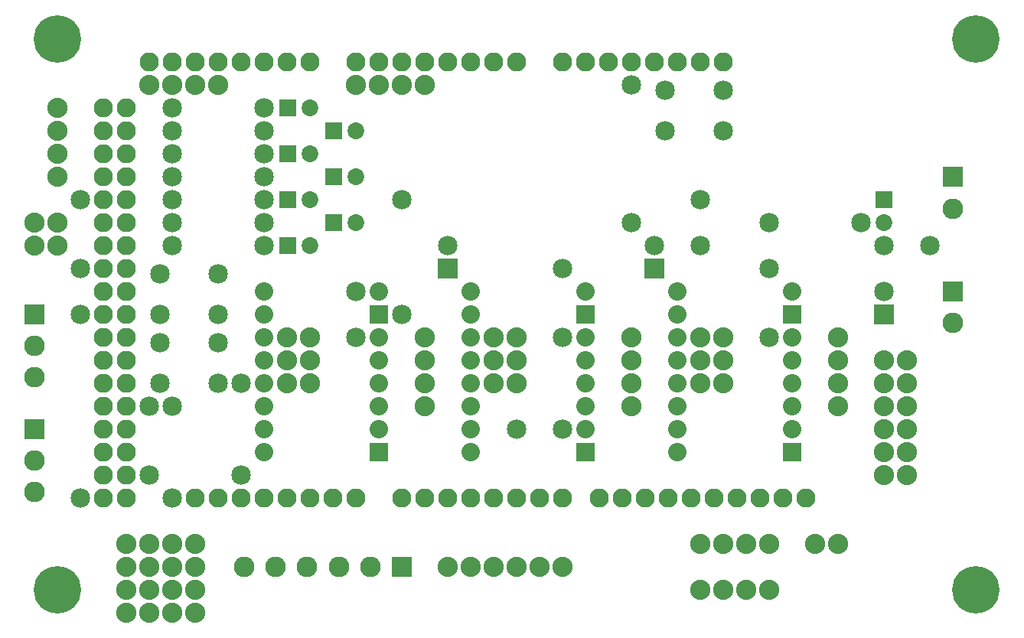
<source format=gbs>
G04 MADE WITH FRITZING*
G04 WWW.FRITZING.ORG*
G04 DOUBLE SIDED*
G04 HOLES PLATED*
G04 CONTOUR ON CENTER OF CONTOUR VECTOR*
%ASAXBY*%
%FSLAX23Y23*%
%MOIN*%
%OFA0B0*%
%SFA1.0B1.0*%
%ADD10C,0.088000*%
%ADD11C,0.085000*%
%ADD12C,0.072992*%
%ADD13C,0.090000*%
%ADD14C,0.082917*%
%ADD15C,0.080000*%
%ADD16C,0.206851*%
%ADD17R,0.072992X0.072992*%
%ADD18R,0.090000X0.090000*%
%ADD19R,0.080000X0.080000*%
%ADD20R,0.085000X0.085000*%
%LNMASK0*%
G90*
G70*
G54D10*
X204Y2295D03*
X204Y2195D03*
X204Y2095D03*
X204Y1995D03*
G54D11*
X304Y1895D03*
X304Y1595D03*
X2204Y895D03*
X2404Y895D03*
G54D10*
X1804Y2395D03*
X1704Y2395D03*
X1604Y2395D03*
X1504Y2395D03*
X804Y95D03*
X704Y95D03*
X604Y95D03*
X504Y95D03*
X804Y195D03*
X704Y195D03*
X604Y195D03*
X504Y195D03*
X804Y295D03*
X704Y295D03*
X604Y295D03*
X504Y295D03*
X804Y395D03*
X704Y395D03*
X604Y395D03*
X504Y395D03*
G54D11*
X704Y2195D03*
X1104Y2195D03*
G54D12*
X1205Y2295D03*
X1304Y2295D03*
X1405Y2195D03*
X1504Y2195D03*
G54D11*
X704Y2295D03*
X1104Y2295D03*
G54D10*
X904Y2395D03*
X804Y2395D03*
X704Y2395D03*
X604Y2395D03*
G54D11*
X3704Y1795D03*
X3304Y1795D03*
G54D10*
X104Y1795D03*
X104Y1695D03*
X104Y1795D03*
X104Y1695D03*
X204Y1695D03*
X204Y1795D03*
G54D11*
X304Y1395D03*
X304Y595D03*
G54D12*
X3804Y1894D03*
X3804Y1795D03*
G54D11*
X3804Y1695D03*
X4004Y1695D03*
G54D13*
X4104Y1994D03*
X4104Y1856D03*
G54D14*
X1204Y2495D03*
X2804Y2495D03*
X1104Y2495D03*
X1004Y2495D03*
X904Y2495D03*
X804Y2495D03*
X504Y1095D03*
X704Y2495D03*
X604Y2495D03*
X2764Y595D03*
X2204Y2495D03*
X2104Y2495D03*
X2004Y2495D03*
X1904Y2495D03*
X504Y1895D03*
X1804Y2495D03*
X1704Y2495D03*
X1604Y2495D03*
X1504Y2495D03*
X2004Y595D03*
X504Y695D03*
X504Y1495D03*
X504Y2295D03*
X3164Y595D03*
X2404Y2495D03*
X2404Y595D03*
X504Y895D03*
X504Y1295D03*
X504Y1695D03*
X804Y595D03*
X504Y2095D03*
X904Y595D03*
X1004Y595D03*
X1104Y595D03*
X1204Y595D03*
X1304Y595D03*
X1404Y595D03*
X1504Y595D03*
X3364Y595D03*
X2964Y595D03*
X2564Y595D03*
X3004Y2495D03*
X2604Y2495D03*
X1804Y595D03*
X2204Y595D03*
X504Y595D03*
X504Y795D03*
X504Y995D03*
X504Y1195D03*
X504Y1395D03*
X504Y1595D03*
X504Y1795D03*
X504Y1995D03*
X504Y2195D03*
X3464Y595D03*
X3264Y595D03*
X3064Y595D03*
X2864Y595D03*
X2664Y595D03*
X3104Y2495D03*
X2904Y2495D03*
X2704Y2495D03*
X2504Y2495D03*
X1704Y595D03*
X1904Y595D03*
X2104Y595D03*
X2304Y595D03*
X404Y595D03*
X404Y695D03*
X404Y795D03*
X404Y895D03*
X404Y995D03*
X404Y1095D03*
X404Y1195D03*
X404Y1295D03*
X404Y1395D03*
X404Y1495D03*
X404Y1595D03*
X404Y1695D03*
X404Y1795D03*
X404Y1895D03*
X404Y1995D03*
X404Y2095D03*
X404Y2195D03*
X404Y2295D03*
X1304Y2495D03*
G54D15*
X2904Y1495D03*
X3404Y1495D03*
X2904Y1395D03*
X3404Y1395D03*
X2904Y1295D03*
X3404Y1295D03*
X2904Y1195D03*
X3404Y1195D03*
X2904Y1095D03*
X3404Y1095D03*
X2904Y995D03*
X3404Y995D03*
X2904Y895D03*
X3404Y895D03*
X2904Y795D03*
X3404Y795D03*
X2004Y1495D03*
X2504Y1495D03*
X2004Y1395D03*
X2504Y1395D03*
X2004Y1295D03*
X2504Y1295D03*
X2004Y1195D03*
X2504Y1195D03*
X2004Y1095D03*
X2504Y1095D03*
X2004Y995D03*
X2504Y995D03*
X2004Y895D03*
X2504Y895D03*
X2004Y795D03*
X2504Y795D03*
X1104Y1495D03*
X1604Y1495D03*
X1104Y1395D03*
X1604Y1395D03*
X1104Y1295D03*
X1604Y1295D03*
X1104Y1195D03*
X1604Y1195D03*
X1104Y1095D03*
X1604Y1095D03*
X1104Y995D03*
X1604Y995D03*
X1104Y895D03*
X1604Y895D03*
X1104Y795D03*
X1604Y795D03*
G54D10*
X3604Y1295D03*
X3604Y1195D03*
X3604Y1095D03*
X3604Y995D03*
X1804Y1295D03*
X1804Y1195D03*
X1804Y1095D03*
X1804Y995D03*
X2704Y1295D03*
X2704Y1195D03*
X2704Y1095D03*
X2704Y995D03*
G54D11*
X3804Y1395D03*
X3804Y1495D03*
X2804Y1595D03*
X2804Y1695D03*
X1904Y1595D03*
X1904Y1695D03*
X2404Y1595D03*
X2404Y1295D03*
X1504Y1495D03*
X1504Y1295D03*
X3304Y1595D03*
X3304Y1295D03*
G54D13*
X104Y895D03*
X104Y758D03*
X104Y620D03*
X104Y1395D03*
X104Y1258D03*
X104Y1120D03*
X1704Y295D03*
X1566Y295D03*
X1428Y295D03*
X1290Y295D03*
X1152Y295D03*
X1015Y295D03*
G54D10*
X3304Y395D03*
X3204Y395D03*
X3104Y395D03*
X3004Y395D03*
G54D11*
X2704Y1795D03*
X2704Y2395D03*
G54D10*
X3804Y1195D03*
X3804Y1095D03*
X3804Y995D03*
X3804Y895D03*
X3804Y795D03*
X3804Y695D03*
X3804Y1195D03*
X3804Y1095D03*
X3804Y995D03*
X3804Y895D03*
X3804Y795D03*
X3804Y695D03*
X3904Y695D03*
X3904Y795D03*
X3904Y895D03*
X3904Y995D03*
X3904Y1095D03*
X3904Y1195D03*
X1204Y1295D03*
X1204Y1195D03*
X1204Y1095D03*
X1204Y1295D03*
X1204Y1195D03*
X1204Y1095D03*
X1304Y1095D03*
X1304Y1195D03*
X1304Y1295D03*
X2104Y1295D03*
X2104Y1195D03*
X2104Y1095D03*
X2104Y1295D03*
X2104Y1195D03*
X2104Y1095D03*
X2204Y1095D03*
X2204Y1195D03*
X2204Y1295D03*
X3004Y1295D03*
X3004Y1195D03*
X3004Y1095D03*
X3004Y1295D03*
X3004Y1195D03*
X3004Y1095D03*
X3104Y1095D03*
X3104Y1195D03*
X3104Y1295D03*
G54D11*
X904Y1095D03*
X648Y1095D03*
X904Y1273D03*
X648Y1273D03*
X704Y995D03*
X704Y595D03*
X604Y995D03*
X604Y695D03*
X3104Y2195D03*
X2848Y2195D03*
X3104Y2373D03*
X2848Y2373D03*
G54D10*
X3304Y195D03*
X3204Y195D03*
X3104Y195D03*
X3004Y195D03*
G54D16*
X4204Y2595D03*
X204Y2595D03*
X204Y195D03*
X4204Y195D03*
G54D13*
X4104Y1495D03*
X4104Y1358D03*
G54D11*
X3004Y1895D03*
X3004Y1695D03*
X904Y1395D03*
X648Y1395D03*
X904Y1573D03*
X648Y1573D03*
X1004Y1095D03*
X1004Y695D03*
X704Y1695D03*
X1104Y1695D03*
X704Y1795D03*
X1104Y1795D03*
X704Y1895D03*
X1104Y1895D03*
X704Y1995D03*
X1104Y1995D03*
X704Y2095D03*
X1104Y2095D03*
G54D12*
X1205Y1695D03*
X1304Y1695D03*
X1405Y1795D03*
X1504Y1795D03*
X1205Y1895D03*
X1304Y1895D03*
X1405Y1995D03*
X1504Y1995D03*
X1205Y2095D03*
X1304Y2095D03*
G54D11*
X1704Y1895D03*
X1704Y1395D03*
G54D10*
X2404Y295D03*
X2304Y295D03*
X2204Y295D03*
X2104Y295D03*
X2004Y295D03*
X1904Y295D03*
X3604Y395D03*
X3504Y395D03*
G54D17*
X1205Y2295D03*
X1405Y2195D03*
X3804Y1894D03*
G54D18*
X4104Y1994D03*
G54D19*
X3404Y795D03*
X3404Y1395D03*
X2504Y795D03*
X2504Y1395D03*
X1604Y795D03*
X1604Y1395D03*
G54D20*
X3804Y1395D03*
X2804Y1595D03*
X1904Y1595D03*
G54D18*
X104Y895D03*
X104Y1395D03*
X1704Y295D03*
X4104Y1495D03*
G54D17*
X1205Y1695D03*
X1405Y1795D03*
X1205Y1895D03*
X1405Y1995D03*
X1205Y2095D03*
G04 End of Mask0*
M02*
</source>
